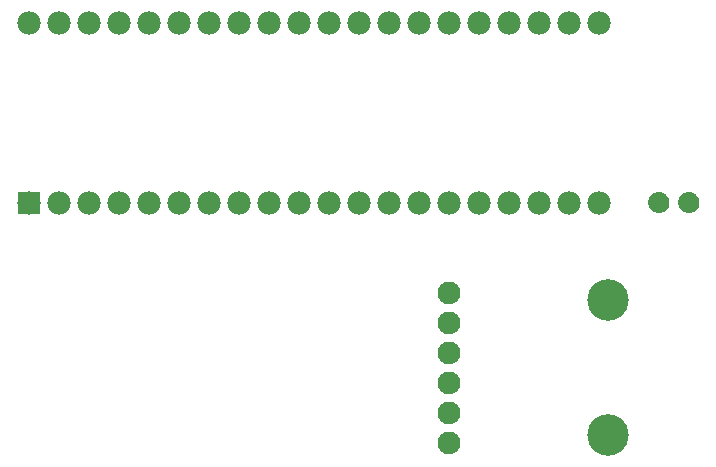
<source format=gbl>
G04 MADE WITH FRITZING*
G04 WWW.FRITZING.ORG*
G04 DOUBLE SIDED*
G04 HOLES PLATED*
G04 CONTOUR ON CENTER OF CONTOUR VECTOR*
%ASAXBY*%
%FSLAX23Y23*%
%MOIN*%
%OFA0B0*%
%SFA1.0B1.0*%
%ADD10C,0.076000*%
%ADD11C,0.138425*%
%ADD12C,0.078000*%
%ADD13C,0.070000*%
%ADD14R,0.075000X0.075000*%
%ADD15R,0.001000X0.001000*%
%LNCOPPER0*%
G90*
G70*
G54D10*
X1928Y279D03*
X1928Y379D03*
X1928Y479D03*
X1928Y579D03*
X1928Y679D03*
X1928Y779D03*
G54D11*
X2458Y754D03*
X2458Y304D03*
G54D12*
X528Y1079D03*
X528Y1679D03*
X628Y1079D03*
X628Y1679D03*
X728Y1079D03*
X728Y1679D03*
X828Y1079D03*
X828Y1679D03*
X928Y1079D03*
X928Y1679D03*
X1028Y1079D03*
X1028Y1679D03*
X1128Y1079D03*
X1128Y1679D03*
X1228Y1079D03*
X1228Y1679D03*
X1328Y1079D03*
X1328Y1679D03*
X1428Y1079D03*
X1428Y1679D03*
X1528Y1079D03*
X1528Y1679D03*
X1628Y1079D03*
X1628Y1679D03*
X1728Y1079D03*
X1728Y1679D03*
X1828Y1079D03*
X1828Y1679D03*
X1928Y1079D03*
X1928Y1679D03*
X2028Y1079D03*
X2028Y1679D03*
X2128Y1079D03*
X2128Y1679D03*
X2228Y1079D03*
X2228Y1679D03*
X2328Y1079D03*
X2328Y1679D03*
X2428Y1079D03*
X2428Y1679D03*
G54D13*
X2628Y1079D03*
X2728Y1079D03*
G54D14*
X528Y1079D03*
G54D15*
X2623Y1114D02*
X2632Y1114D01*
X2723Y1114D02*
X2732Y1114D01*
X2619Y1113D02*
X2637Y1113D01*
X2718Y1113D02*
X2737Y1113D01*
X2616Y1112D02*
X2639Y1112D01*
X2716Y1112D02*
X2739Y1112D01*
X2613Y1111D02*
X2642Y1111D01*
X2713Y1111D02*
X2742Y1111D01*
X2611Y1110D02*
X2644Y1110D01*
X2711Y1110D02*
X2744Y1110D01*
X2610Y1109D02*
X2646Y1109D01*
X2710Y1109D02*
X2746Y1109D01*
X2608Y1108D02*
X2647Y1108D01*
X2708Y1108D02*
X2747Y1108D01*
X2607Y1107D02*
X2649Y1107D01*
X2707Y1107D02*
X2749Y1107D01*
X2605Y1106D02*
X2650Y1106D01*
X2705Y1106D02*
X2750Y1106D01*
X2604Y1105D02*
X2651Y1105D01*
X2704Y1105D02*
X2751Y1105D01*
X2603Y1104D02*
X2652Y1104D01*
X2703Y1104D02*
X2752Y1104D01*
X2602Y1103D02*
X2653Y1103D01*
X2702Y1103D02*
X2753Y1103D01*
X2601Y1102D02*
X2654Y1102D01*
X2701Y1102D02*
X2754Y1102D01*
X2601Y1101D02*
X2655Y1101D01*
X2701Y1101D02*
X2755Y1101D01*
X2600Y1100D02*
X2655Y1100D01*
X2700Y1100D02*
X2755Y1100D01*
X2599Y1099D02*
X2656Y1099D01*
X2699Y1099D02*
X2756Y1099D01*
X2599Y1098D02*
X2657Y1098D01*
X2699Y1098D02*
X2757Y1098D01*
X2598Y1097D02*
X2657Y1097D01*
X2698Y1097D02*
X2757Y1097D01*
X2597Y1096D02*
X2658Y1096D01*
X2697Y1096D02*
X2758Y1096D01*
X2597Y1095D02*
X2658Y1095D01*
X2697Y1095D02*
X2758Y1095D01*
X2596Y1094D02*
X2623Y1094D01*
X2632Y1094D02*
X2659Y1094D01*
X2696Y1094D02*
X2723Y1094D01*
X2732Y1094D02*
X2759Y1094D01*
X2596Y1093D02*
X2620Y1093D01*
X2635Y1093D02*
X2659Y1093D01*
X2696Y1093D02*
X2720Y1093D01*
X2735Y1093D02*
X2759Y1093D01*
X2596Y1092D02*
X2619Y1092D01*
X2636Y1092D02*
X2659Y1092D01*
X2696Y1092D02*
X2719Y1092D01*
X2736Y1092D02*
X2759Y1092D01*
X2595Y1091D02*
X2617Y1091D01*
X2638Y1091D02*
X2660Y1091D01*
X2695Y1091D02*
X2717Y1091D01*
X2738Y1091D02*
X2760Y1091D01*
X2595Y1090D02*
X2616Y1090D01*
X2639Y1090D02*
X2660Y1090D01*
X2695Y1090D02*
X2716Y1090D01*
X2739Y1090D02*
X2760Y1090D01*
X2595Y1089D02*
X2615Y1089D01*
X2640Y1089D02*
X2661Y1089D01*
X2695Y1089D02*
X2715Y1089D01*
X2740Y1089D02*
X2761Y1089D01*
X2594Y1088D02*
X2615Y1088D01*
X2640Y1088D02*
X2661Y1088D01*
X2694Y1088D02*
X2715Y1088D01*
X2740Y1088D02*
X2761Y1088D01*
X2594Y1087D02*
X2614Y1087D01*
X2641Y1087D02*
X2661Y1087D01*
X2694Y1087D02*
X2714Y1087D01*
X2741Y1087D02*
X2761Y1087D01*
X2594Y1086D02*
X2613Y1086D01*
X2642Y1086D02*
X2661Y1086D01*
X2694Y1086D02*
X2713Y1086D01*
X2742Y1086D02*
X2761Y1086D01*
X2594Y1085D02*
X2613Y1085D01*
X2642Y1085D02*
X2661Y1085D01*
X2694Y1085D02*
X2713Y1085D01*
X2742Y1085D02*
X2761Y1085D01*
X2593Y1084D02*
X2613Y1084D01*
X2642Y1084D02*
X2662Y1084D01*
X2693Y1084D02*
X2713Y1084D01*
X2742Y1084D02*
X2762Y1084D01*
X2593Y1083D02*
X2612Y1083D01*
X2643Y1083D02*
X2662Y1083D01*
X2693Y1083D02*
X2712Y1083D01*
X2743Y1083D02*
X2762Y1083D01*
X2593Y1082D02*
X2612Y1082D01*
X2643Y1082D02*
X2662Y1082D01*
X2693Y1082D02*
X2712Y1082D01*
X2743Y1082D02*
X2762Y1082D01*
X2593Y1081D02*
X2612Y1081D01*
X2643Y1081D02*
X2662Y1081D01*
X2693Y1081D02*
X2712Y1081D01*
X2743Y1081D02*
X2762Y1081D01*
X2593Y1080D02*
X2612Y1080D01*
X2643Y1080D02*
X2662Y1080D01*
X2693Y1080D02*
X2712Y1080D01*
X2743Y1080D02*
X2762Y1080D01*
X2593Y1079D02*
X2612Y1079D01*
X2643Y1079D02*
X2662Y1079D01*
X2693Y1079D02*
X2712Y1079D01*
X2743Y1079D02*
X2762Y1079D01*
X2593Y1078D02*
X2612Y1078D01*
X2643Y1078D02*
X2662Y1078D01*
X2693Y1078D02*
X2712Y1078D01*
X2743Y1078D02*
X2762Y1078D01*
X2593Y1077D02*
X2612Y1077D01*
X2643Y1077D02*
X2662Y1077D01*
X2693Y1077D02*
X2712Y1077D01*
X2743Y1077D02*
X2762Y1077D01*
X2593Y1076D02*
X2612Y1076D01*
X2643Y1076D02*
X2662Y1076D01*
X2693Y1076D02*
X2712Y1076D01*
X2743Y1076D02*
X2762Y1076D01*
X2593Y1075D02*
X2613Y1075D01*
X2642Y1075D02*
X2662Y1075D01*
X2693Y1075D02*
X2713Y1075D01*
X2742Y1075D02*
X2762Y1075D01*
X2594Y1074D02*
X2613Y1074D01*
X2642Y1074D02*
X2661Y1074D01*
X2694Y1074D02*
X2713Y1074D01*
X2742Y1074D02*
X2761Y1074D01*
X2594Y1073D02*
X2613Y1073D01*
X2642Y1073D02*
X2661Y1073D01*
X2694Y1073D02*
X2713Y1073D01*
X2742Y1073D02*
X2761Y1073D01*
X2594Y1072D02*
X2614Y1072D01*
X2641Y1072D02*
X2661Y1072D01*
X2694Y1072D02*
X2714Y1072D01*
X2741Y1072D02*
X2761Y1072D01*
X2594Y1071D02*
X2615Y1071D01*
X2640Y1071D02*
X2661Y1071D01*
X2694Y1071D02*
X2715Y1071D01*
X2740Y1071D02*
X2761Y1071D01*
X2595Y1070D02*
X2615Y1070D01*
X2640Y1070D02*
X2661Y1070D01*
X2695Y1070D02*
X2715Y1070D01*
X2740Y1070D02*
X2761Y1070D01*
X2595Y1069D02*
X2616Y1069D01*
X2639Y1069D02*
X2660Y1069D01*
X2695Y1069D02*
X2716Y1069D01*
X2739Y1069D02*
X2760Y1069D01*
X2595Y1068D02*
X2617Y1068D01*
X2638Y1068D02*
X2660Y1068D01*
X2695Y1068D02*
X2717Y1068D01*
X2738Y1068D02*
X2760Y1068D01*
X2596Y1067D02*
X2619Y1067D01*
X2636Y1067D02*
X2659Y1067D01*
X2696Y1067D02*
X2719Y1067D01*
X2736Y1067D02*
X2759Y1067D01*
X2596Y1066D02*
X2620Y1066D01*
X2635Y1066D02*
X2659Y1066D01*
X2696Y1066D02*
X2720Y1066D01*
X2735Y1066D02*
X2759Y1066D01*
X2596Y1065D02*
X2623Y1065D01*
X2632Y1065D02*
X2659Y1065D01*
X2696Y1065D02*
X2723Y1065D01*
X2732Y1065D02*
X2759Y1065D01*
X2597Y1064D02*
X2658Y1064D01*
X2697Y1064D02*
X2758Y1064D01*
X2597Y1063D02*
X2658Y1063D01*
X2697Y1063D02*
X2758Y1063D01*
X2598Y1062D02*
X2657Y1062D01*
X2698Y1062D02*
X2757Y1062D01*
X2599Y1061D02*
X2657Y1061D01*
X2699Y1061D02*
X2757Y1061D01*
X2599Y1060D02*
X2656Y1060D01*
X2699Y1060D02*
X2756Y1060D01*
X2600Y1059D02*
X2655Y1059D01*
X2700Y1059D02*
X2755Y1059D01*
X2601Y1058D02*
X2655Y1058D01*
X2701Y1058D02*
X2755Y1058D01*
X2601Y1057D02*
X2654Y1057D01*
X2701Y1057D02*
X2754Y1057D01*
X2602Y1056D02*
X2653Y1056D01*
X2702Y1056D02*
X2753Y1056D01*
X2603Y1055D02*
X2652Y1055D01*
X2703Y1055D02*
X2752Y1055D01*
X2604Y1054D02*
X2651Y1054D01*
X2704Y1054D02*
X2751Y1054D01*
X2605Y1053D02*
X2650Y1053D01*
X2705Y1053D02*
X2750Y1053D01*
X2607Y1052D02*
X2649Y1052D01*
X2707Y1052D02*
X2749Y1052D01*
X2608Y1051D02*
X2647Y1051D01*
X2708Y1051D02*
X2747Y1051D01*
X2610Y1050D02*
X2646Y1050D01*
X2710Y1050D02*
X2746Y1050D01*
X2611Y1049D02*
X2644Y1049D01*
X2711Y1049D02*
X2744Y1049D01*
X2613Y1048D02*
X2642Y1048D01*
X2713Y1048D02*
X2742Y1048D01*
X2616Y1047D02*
X2639Y1047D01*
X2716Y1047D02*
X2739Y1047D01*
X2619Y1046D02*
X2637Y1046D01*
X2719Y1046D02*
X2737Y1046D01*
X2623Y1045D02*
X2632Y1045D01*
X2723Y1045D02*
X2732Y1045D01*
D02*
G04 End of Copper0*
M02*
</source>
